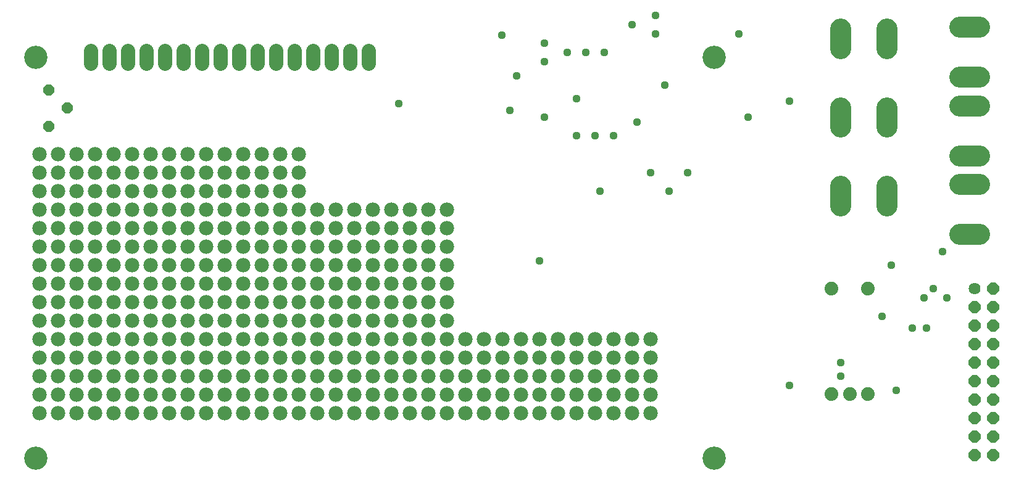
<source format=gbs>
G75*
G70*
%OFA0B0*%
%FSLAX24Y24*%
%IPPOS*%
%LPD*%
%AMOC8*
5,1,8,0,0,1.08239X$1,22.5*
%
%ADD10C,0.0780*%
%ADD11C,0.1261*%
%ADD12C,0.0740*%
%ADD13OC8,0.0600*%
%ADD14C,0.0640*%
%ADD15OC8,0.0640*%
%ADD16C,0.1130*%
%ADD17C,0.0437*%
%ADD18C,0.0780*%
D10*
X005178Y024583D02*
X005178Y025283D01*
X006178Y025283D02*
X006178Y024583D01*
X007178Y024583D02*
X007178Y025283D01*
X008178Y025283D02*
X008178Y024583D01*
X009178Y024583D02*
X009178Y025283D01*
X010178Y025283D02*
X010178Y024583D01*
X011178Y024583D02*
X011178Y025283D01*
X012178Y025283D02*
X012178Y024583D01*
X013178Y024583D02*
X013178Y025283D01*
X014178Y025283D02*
X014178Y024583D01*
X015178Y024583D02*
X015178Y025283D01*
X016178Y025283D02*
X016178Y024583D01*
X017178Y024583D02*
X017178Y025283D01*
X018178Y025283D02*
X018178Y024583D01*
X019178Y024583D02*
X019178Y025283D01*
X020178Y025283D02*
X020178Y024583D01*
D11*
X002230Y003275D03*
X038845Y003275D03*
X038840Y024930D03*
X002230Y024930D03*
D12*
X045196Y012436D03*
X047164Y012436D03*
X047164Y006727D03*
X046180Y006727D03*
X045196Y006727D03*
D13*
X003930Y022180D03*
X002930Y021190D03*
X002930Y023170D03*
D14*
X052930Y012430D03*
D15*
X053930Y012430D03*
X053930Y011430D03*
X052930Y011430D03*
X052930Y010430D03*
X053930Y010430D03*
X053930Y009430D03*
X052930Y009430D03*
X052930Y008430D03*
X053930Y008430D03*
X053930Y007430D03*
X052930Y007430D03*
X052930Y006430D03*
X053930Y006430D03*
X053930Y005430D03*
X052930Y005430D03*
X052930Y004430D03*
X053930Y004430D03*
X053930Y003430D03*
X052930Y003430D03*
D16*
X053180Y015350D02*
X052130Y015350D01*
X048180Y016905D02*
X048180Y017955D01*
X045680Y017955D02*
X045680Y016905D01*
X052130Y018050D02*
X053180Y018050D01*
X053180Y019600D02*
X052130Y019600D01*
X048180Y021155D02*
X048180Y022205D01*
X045680Y022205D02*
X045680Y021155D01*
X052130Y022300D02*
X053180Y022300D01*
X053180Y023850D02*
X052130Y023850D01*
X048180Y025405D02*
X048180Y026455D01*
X045680Y026455D02*
X045680Y025405D01*
X052130Y026550D02*
X053180Y026550D01*
D17*
X042930Y022555D03*
X040680Y021680D03*
X036180Y023430D03*
X032930Y025180D03*
X031930Y025180D03*
X030930Y025180D03*
X029680Y024680D03*
X028180Y023930D03*
X029680Y025680D03*
X027369Y026119D03*
X031430Y022680D03*
X029680Y021680D03*
X031430Y020680D03*
X032430Y020680D03*
X033430Y020680D03*
X034680Y021430D03*
X035430Y018680D03*
X036430Y017680D03*
X037430Y018680D03*
X032680Y017680D03*
X029430Y013930D03*
X042930Y007180D03*
X045680Y007680D03*
X045680Y008430D03*
X048680Y006930D03*
X049556Y010304D03*
X050304Y010304D03*
X050180Y011930D03*
X050680Y012430D03*
X051430Y011930D03*
X048430Y013680D03*
X051180Y014430D03*
X047930Y010930D03*
X027805Y022055D03*
X021805Y022430D03*
X034430Y026680D03*
X035680Y026180D03*
X035680Y027180D03*
X040180Y026180D03*
D18*
X024430Y016680D03*
X023430Y016680D03*
X022430Y016680D03*
X021430Y016680D03*
X020430Y016680D03*
X019430Y016680D03*
X018430Y016680D03*
X017430Y016680D03*
X016430Y016680D03*
X015430Y016680D03*
X014430Y016680D03*
X013430Y016680D03*
X012430Y016680D03*
X011430Y016680D03*
X010430Y016680D03*
X009430Y016680D03*
X008430Y016680D03*
X007430Y016680D03*
X006430Y016680D03*
X005430Y016680D03*
X004430Y016680D03*
X003430Y016680D03*
X002430Y016680D03*
X002430Y015680D03*
X003430Y015680D03*
X004430Y015680D03*
X005430Y015680D03*
X006430Y015680D03*
X007430Y015680D03*
X008430Y015680D03*
X009430Y015680D03*
X010430Y015680D03*
X011430Y015680D03*
X012430Y015680D03*
X013430Y015680D03*
X014430Y015680D03*
X015430Y015680D03*
X016430Y015680D03*
X017430Y015680D03*
X018430Y015680D03*
X019430Y015680D03*
X020430Y015680D03*
X021430Y015680D03*
X022430Y015680D03*
X023430Y015680D03*
X024430Y015680D03*
X024430Y014680D03*
X023430Y014680D03*
X022430Y014680D03*
X021430Y014680D03*
X020430Y014680D03*
X019430Y014680D03*
X018430Y014680D03*
X017430Y014680D03*
X016430Y014680D03*
X015430Y014680D03*
X014430Y014680D03*
X013430Y014680D03*
X012430Y014680D03*
X011430Y014680D03*
X010430Y014680D03*
X009430Y014680D03*
X008430Y014680D03*
X007430Y014680D03*
X006430Y014680D03*
X005430Y014680D03*
X004430Y014680D03*
X003430Y014680D03*
X002430Y014680D03*
X002430Y013680D03*
X003430Y013680D03*
X004430Y013680D03*
X005430Y013680D03*
X006430Y013680D03*
X007430Y013680D03*
X008430Y013680D03*
X009430Y013680D03*
X010430Y013680D03*
X011430Y013680D03*
X012430Y013680D03*
X013430Y013680D03*
X014430Y013680D03*
X015430Y013680D03*
X016430Y013680D03*
X017430Y013680D03*
X018430Y013680D03*
X019430Y013680D03*
X020430Y013680D03*
X021430Y013680D03*
X022430Y013680D03*
X023430Y013680D03*
X024430Y013680D03*
X024430Y012680D03*
X023430Y012680D03*
X022430Y012680D03*
X021430Y012680D03*
X020430Y012680D03*
X019430Y012680D03*
X018430Y012680D03*
X017430Y012680D03*
X016430Y012680D03*
X015430Y012680D03*
X014430Y012680D03*
X013430Y012680D03*
X012430Y012680D03*
X011430Y012680D03*
X010430Y012680D03*
X009430Y012680D03*
X008430Y012680D03*
X007430Y012680D03*
X006430Y012680D03*
X005430Y012680D03*
X004430Y012680D03*
X003430Y012680D03*
X002430Y012680D03*
X002430Y011680D03*
X003430Y011680D03*
X004430Y011680D03*
X005430Y011680D03*
X006430Y011680D03*
X007430Y011680D03*
X008430Y011680D03*
X009430Y011680D03*
X010430Y011680D03*
X011430Y011680D03*
X012430Y011680D03*
X013430Y011680D03*
X014430Y011680D03*
X015430Y011680D03*
X016430Y011680D03*
X017430Y011680D03*
X018430Y011680D03*
X019430Y011680D03*
X020430Y011680D03*
X021430Y011680D03*
X022430Y011680D03*
X023430Y011680D03*
X024430Y011680D03*
X024430Y010680D03*
X023430Y010680D03*
X022430Y010680D03*
X021430Y010680D03*
X020430Y010680D03*
X019430Y010680D03*
X018430Y010680D03*
X017430Y010680D03*
X016430Y010680D03*
X015430Y010680D03*
X014430Y010680D03*
X013430Y010680D03*
X012430Y010680D03*
X011430Y010680D03*
X010430Y010680D03*
X009430Y010680D03*
X008430Y010680D03*
X007430Y010680D03*
X006430Y010680D03*
X005430Y010680D03*
X004430Y010680D03*
X003430Y010680D03*
X002430Y010680D03*
X002430Y009680D03*
X003430Y009680D03*
X004430Y009680D03*
X005430Y009680D03*
X006430Y009680D03*
X007430Y009680D03*
X008430Y009680D03*
X009430Y009680D03*
X010430Y009680D03*
X011430Y009680D03*
X012430Y009680D03*
X013430Y009680D03*
X014430Y009680D03*
X015430Y009680D03*
X016430Y009680D03*
X017430Y009680D03*
X018430Y009680D03*
X019430Y009680D03*
X020430Y009680D03*
X021430Y009680D03*
X022430Y009680D03*
X023430Y009680D03*
X024430Y009680D03*
X025430Y009680D03*
X026430Y009680D03*
X027430Y009680D03*
X028430Y009680D03*
X029430Y009680D03*
X030430Y009680D03*
X031430Y009680D03*
X032430Y009680D03*
X033430Y009680D03*
X034430Y009680D03*
X035430Y009680D03*
X035430Y008680D03*
X034430Y008680D03*
X033430Y008680D03*
X032430Y008680D03*
X031430Y008680D03*
X030430Y008680D03*
X029430Y008680D03*
X028430Y008680D03*
X027430Y008680D03*
X026430Y008680D03*
X025430Y008680D03*
X024430Y008680D03*
X023430Y008680D03*
X022430Y008680D03*
X021430Y008680D03*
X020430Y008680D03*
X019430Y008680D03*
X018430Y008680D03*
X017430Y008680D03*
X016430Y008680D03*
X015430Y008680D03*
X014430Y008680D03*
X013430Y008680D03*
X012430Y008680D03*
X011430Y008680D03*
X010430Y008680D03*
X009430Y008680D03*
X008430Y008680D03*
X007430Y008680D03*
X006430Y008680D03*
X005430Y008680D03*
X004430Y008680D03*
X003430Y008680D03*
X002430Y008680D03*
X002430Y007680D03*
X003430Y007680D03*
X004430Y007680D03*
X005430Y007680D03*
X006430Y007680D03*
X007430Y007680D03*
X008430Y007680D03*
X009430Y007680D03*
X010430Y007680D03*
X011430Y007680D03*
X012430Y007680D03*
X013430Y007680D03*
X014430Y007680D03*
X015430Y007680D03*
X016430Y007680D03*
X017430Y007680D03*
X018430Y007680D03*
X019430Y007680D03*
X020430Y007680D03*
X021430Y007680D03*
X022430Y007680D03*
X023430Y007680D03*
X024430Y007680D03*
X025430Y007680D03*
X026430Y007680D03*
X027430Y007680D03*
X028430Y007680D03*
X029430Y007680D03*
X030430Y007680D03*
X031430Y007680D03*
X032430Y007680D03*
X033430Y007680D03*
X034430Y007680D03*
X035430Y007680D03*
X035430Y006680D03*
X034430Y006680D03*
X033430Y006680D03*
X032430Y006680D03*
X031430Y006680D03*
X030430Y006680D03*
X029430Y006680D03*
X028430Y006680D03*
X027430Y006680D03*
X026430Y006680D03*
X025430Y006680D03*
X024430Y006680D03*
X023430Y006680D03*
X022430Y006680D03*
X021430Y006680D03*
X020430Y006680D03*
X019430Y006680D03*
X018430Y006680D03*
X017430Y006680D03*
X016430Y006680D03*
X015430Y006680D03*
X014430Y006680D03*
X013430Y006680D03*
X012430Y006680D03*
X011430Y006680D03*
X010430Y006680D03*
X009430Y006680D03*
X008430Y006680D03*
X007430Y006680D03*
X006430Y006680D03*
X005430Y006680D03*
X004430Y006680D03*
X003430Y006680D03*
X002430Y006680D03*
X002430Y005680D03*
X003430Y005680D03*
X004430Y005680D03*
X005430Y005680D03*
X006430Y005680D03*
X007430Y005680D03*
X008430Y005680D03*
X009430Y005680D03*
X010430Y005680D03*
X011430Y005680D03*
X012430Y005680D03*
X013430Y005680D03*
X014430Y005680D03*
X015430Y005680D03*
X016430Y005680D03*
X017430Y005680D03*
X018430Y005680D03*
X019430Y005680D03*
X020430Y005680D03*
X021430Y005680D03*
X022430Y005680D03*
X023430Y005680D03*
X024430Y005680D03*
X025430Y005680D03*
X026430Y005680D03*
X027430Y005680D03*
X028430Y005680D03*
X029430Y005680D03*
X030430Y005680D03*
X031430Y005680D03*
X032430Y005680D03*
X033430Y005680D03*
X034430Y005680D03*
X035430Y005680D03*
X016430Y017680D03*
X015430Y017680D03*
X014430Y017680D03*
X013430Y017680D03*
X012430Y017680D03*
X011430Y017680D03*
X010430Y017680D03*
X009430Y017680D03*
X008430Y017680D03*
X007430Y017680D03*
X006430Y017680D03*
X005430Y017680D03*
X004430Y017680D03*
X003430Y017680D03*
X002430Y017680D03*
X002430Y018680D03*
X003430Y018680D03*
X004430Y018680D03*
X005430Y018680D03*
X006430Y018680D03*
X007430Y018680D03*
X008430Y018680D03*
X009430Y018680D03*
X010430Y018680D03*
X011430Y018680D03*
X012430Y018680D03*
X013430Y018680D03*
X014430Y018680D03*
X015430Y018680D03*
X016430Y018680D03*
X016430Y019680D03*
X015430Y019680D03*
X014430Y019680D03*
X013430Y019680D03*
X012430Y019680D03*
X011430Y019680D03*
X010430Y019680D03*
X009430Y019680D03*
X008430Y019680D03*
X007430Y019680D03*
X006430Y019680D03*
X005430Y019680D03*
X004430Y019680D03*
X003430Y019680D03*
X002430Y019680D03*
M02*

</source>
